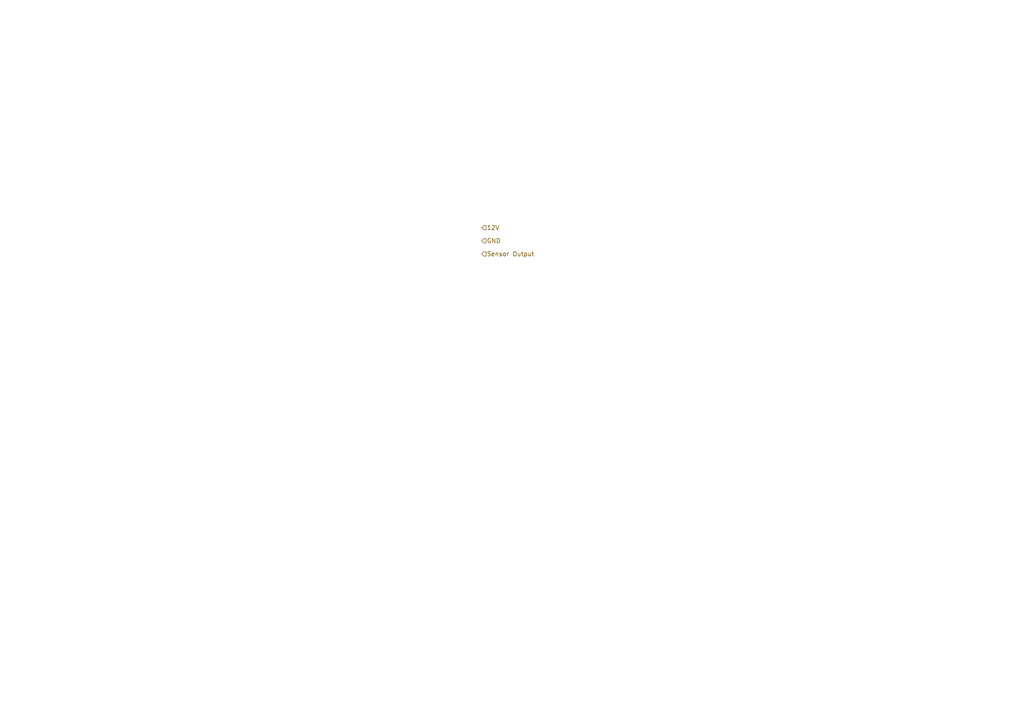
<source format=kicad_sch>
(kicad_sch
	(version 20231120)
	(generator "eeschema")
	(generator_version "8.0")
	(uuid "9bd1cb43-de39-4378-8c50-3cb58caf1778")
	(paper "A4")
	(lib_symbols)
	(hierarchical_label "GND"
		(shape input)
		(at 139.7 69.85 0)
		(fields_autoplaced yes)
		(effects
			(font
				(size 1.27 1.27)
			)
			(justify left)
		)
		(uuid "69ffb33c-c694-43d8-81c1-02248000e39c")
	)
	(hierarchical_label "12V"
		(shape input)
		(at 139.7 66.04 0)
		(fields_autoplaced yes)
		(effects
			(font
				(size 1.27 1.27)
			)
			(justify left)
		)
		(uuid "a40b115b-c23f-46b7-ad2e-593d9a1ac6cd")
	)
	(hierarchical_label "Sensor Output"
		(shape input)
		(at 139.7 73.66 0)
		(fields_autoplaced yes)
		(effects
			(font
				(size 1.27 1.27)
			)
			(justify left)
		)
		(uuid "bb1e581b-4f96-4008-b3d9-c2afd6244074")
	)
)

</source>
